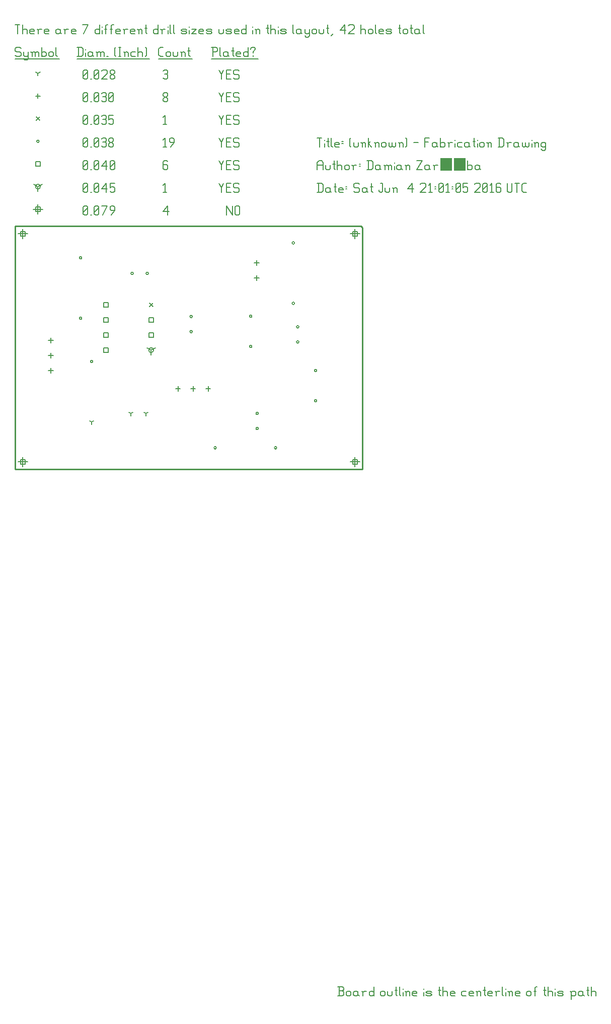
<source format=gbr>
G04 start of page 18 for group -3984 idx -3984 *
G04 Title: (unknown), fab *
G04 Creator: pcb-gtk 1.99z *
G04 CreationDate: Sat Jun  4 21:01:05 2016 UTC *
G04 For: khazakar *
G04 Format: Gerber/RS-274X *
G04 PCB-Dimensions (mm): 152.40 127.00 *
G04 PCB-Coordinate-Origin: lower left *
%MOMM*%
%FSLAX43Y43*%
%LNFAB*%
%ADD117C,0.002*%
%ADD116C,0.254*%
%ADD115C,0.191*%
%ADD114C,0.152*%
%ADD113C,0.203*%
G54D113*X1270Y126543D02*Y124917D01*
X457Y125730D02*X2083D01*
X864Y126136D02*X1676D01*
X864D02*Y125324D01*
X1676D01*
Y126136D02*Y125324D01*
X1270Y88189D02*Y86563D01*
X457Y87376D02*X2083D01*
X864Y87782D02*X1676D01*
X864D02*Y86970D01*
X1676D01*
Y87782D02*Y86970D01*
X57150Y88189D02*Y86563D01*
X56337Y87376D02*X57963D01*
X56744Y87782D02*X57556D01*
X56744D02*Y86970D01*
X57556D01*
Y87782D02*Y86970D01*
X57150Y126543D02*Y124917D01*
X56337Y125730D02*X57963D01*
X56744Y126136D02*X57556D01*
X56744D02*Y125324D01*
X57556D01*
Y126136D02*Y125324D01*
X3810Y130670D02*Y129045D01*
X2997Y129857D02*X4623D01*
X3404Y130264D02*X4216D01*
X3404D02*Y129451D01*
X4216D01*
Y130264D02*Y129451D01*
G54D114*X35560Y130429D02*Y128905D01*
Y130429D02*X36512Y128905D01*
Y130429D02*Y128905D01*
X36970Y130238D02*Y129095D01*
Y130238D02*X37160Y130429D01*
X37541D01*
X37732Y130238D01*
Y129095D01*
X37541Y128905D02*X37732Y129095D01*
X37160Y128905D02*X37541D01*
X36970Y129095D02*X37160Y128905D01*
X24892Y129476D02*X25654Y130429D01*
X24892Y129476D02*X25844D01*
X25654Y130429D02*Y128905D01*
X11430Y129095D02*X11620Y128905D01*
X11430Y130238D02*Y129095D01*
Y130238D02*X11620Y130429D01*
X12002D01*
X12192Y130238D01*
Y129095D01*
X12002Y128905D02*X12192Y129095D01*
X11620Y128905D02*X12002D01*
X11430Y129286D02*X12192Y130048D01*
X12649Y128905D02*X12840D01*
X13297Y129095D02*X13487Y128905D01*
X13297Y130238D02*Y129095D01*
Y130238D02*X13487Y130429D01*
X13868D01*
X14059Y130238D01*
Y129095D01*
X13868Y128905D02*X14059Y129095D01*
X13487Y128905D02*X13868D01*
X13297Y129286D02*X14059Y130048D01*
X14707Y128905D02*X15469Y130429D01*
X14516D02*X15469D01*
X16116Y128905D02*X16688Y129667D01*
Y130238D02*Y129667D01*
X16497Y130429D02*X16688Y130238D01*
X16116Y130429D02*X16497D01*
X15926Y130238D02*X16116Y130429D01*
X15926Y130238D02*Y129857D01*
X16116Y129667D01*
X16688D01*
X22860Y106172D02*Y105359D01*
Y106172D02*X23564Y106578D01*
X22860Y106172D02*X22156Y106578D01*
X22454Y106172D02*G75*G03X23266Y106172I406J0D01*G01*
G75*G03X22454Y106172I-406J0D01*G01*
X3810Y133668D02*Y132855D01*
Y133668D02*X4514Y134074D01*
X3810Y133668D02*X3106Y134074D01*
X3404Y133668D02*G75*G03X4216Y133668I406J0D01*G01*
G75*G03X3404Y133668I-406J0D01*G01*
X34290Y134239D02*X34671Y133477D01*
X35052Y134239D01*
X34671Y133477D02*Y132715D01*
X35509Y133553D02*X36081D01*
X35509Y132715D02*X36271D01*
X35509Y134239D02*Y132715D01*
Y134239D02*X36271D01*
X37490D02*X37681Y134048D01*
X36919Y134239D02*X37490D01*
X36728Y134048D02*X36919Y134239D01*
X36728Y134048D02*Y133668D01*
X36919Y133477D01*
X37490D01*
X37681Y133286D01*
Y132906D01*
X37490Y132715D02*X37681Y132906D01*
X36919Y132715D02*X37490D01*
X36728Y132906D02*X36919Y132715D01*
X24892Y133934D02*X25197Y134239D01*
Y132715D01*
X24892D02*X25464D01*
X11430Y132906D02*X11620Y132715D01*
X11430Y134048D02*Y132906D01*
Y134048D02*X11620Y134239D01*
X12002D01*
X12192Y134048D01*
Y132906D01*
X12002Y132715D02*X12192Y132906D01*
X11620Y132715D02*X12002D01*
X11430Y133096D02*X12192Y133858D01*
X12649Y132715D02*X12840D01*
X13297Y132906D02*X13487Y132715D01*
X13297Y134048D02*Y132906D01*
Y134048D02*X13487Y134239D01*
X13868D01*
X14059Y134048D01*
Y132906D01*
X13868Y132715D02*X14059Y132906D01*
X13487Y132715D02*X13868D01*
X13297Y133096D02*X14059Y133858D01*
X14516Y133286D02*X15278Y134239D01*
X14516Y133286D02*X15469D01*
X15278Y134239D02*Y132715D01*
X15926Y134239D02*X16688D01*
X15926D02*Y133477D01*
X16116Y133668D01*
X16497D01*
X16688Y133477D01*
Y132906D01*
X16497Y132715D02*X16688Y132906D01*
X16116Y132715D02*X16497D01*
X15926Y132906D02*X16116Y132715D01*
X22454Y109118D02*X23266D01*
X22454D02*Y108306D01*
X23266D01*
Y109118D02*Y108306D01*
X22454Y111658D02*X23266D01*
X22454D02*Y110846D01*
X23266D01*
Y111658D02*Y110846D01*
X14834Y114198D02*X15646D01*
X14834D02*Y113386D01*
X15646D01*
Y114198D02*Y113386D01*
X14834Y111658D02*X15646D01*
X14834D02*Y110846D01*
X15646D01*
Y111658D02*Y110846D01*
X14834Y109118D02*X15646D01*
X14834D02*Y108306D01*
X15646D01*
Y109118D02*Y108306D01*
X14834Y106578D02*X15646D01*
X14834D02*Y105766D01*
X15646D01*
Y106578D02*Y105766D01*
X3404Y137884D02*X4216D01*
X3404D02*Y137071D01*
X4216D01*
Y137884D02*Y137071D01*
X34290Y138049D02*X34671Y137287D01*
X35052Y138049D01*
X34671Y137287D02*Y136525D01*
X35509Y137363D02*X36081D01*
X35509Y136525D02*X36271D01*
X35509Y138049D02*Y136525D01*
Y138049D02*X36271D01*
X37490D02*X37681Y137858D01*
X36919Y138049D02*X37490D01*
X36728Y137858D02*X36919Y138049D01*
X36728Y137858D02*Y137478D01*
X36919Y137287D01*
X37490D01*
X37681Y137096D01*
Y136716D01*
X37490Y136525D02*X37681Y136716D01*
X36919Y136525D02*X37490D01*
X36728Y136716D02*X36919Y136525D01*
X25464Y138049D02*X25654Y137858D01*
X25082Y138049D02*X25464D01*
X24892Y137858D02*X25082Y138049D01*
X24892Y137858D02*Y136716D01*
X25082Y136525D01*
X25464Y137363D02*X25654Y137173D01*
X24892Y137363D02*X25464D01*
X25082Y136525D02*X25464D01*
X25654Y136716D01*
Y137173D02*Y136716D01*
X11430D02*X11620Y136525D01*
X11430Y137858D02*Y136716D01*
Y137858D02*X11620Y138049D01*
X12002D01*
X12192Y137858D01*
Y136716D01*
X12002Y136525D02*X12192Y136716D01*
X11620Y136525D02*X12002D01*
X11430Y136906D02*X12192Y137668D01*
X12649Y136525D02*X12840D01*
X13297Y136716D02*X13487Y136525D01*
X13297Y137858D02*Y136716D01*
Y137858D02*X13487Y138049D01*
X13868D01*
X14059Y137858D01*
Y136716D01*
X13868Y136525D02*X14059Y136716D01*
X13487Y136525D02*X13868D01*
X13297Y136906D02*X14059Y137668D01*
X14516Y137096D02*X15278Y138049D01*
X14516Y137096D02*X15469D01*
X15278Y138049D02*Y136525D01*
X15926Y136716D02*X16116Y136525D01*
X15926Y137858D02*Y136716D01*
Y137858D02*X16116Y138049D01*
X16497D01*
X16688Y137858D01*
Y136716D01*
X16497Y136525D02*X16688Y136716D01*
X16116Y136525D02*X16497D01*
X15926Y136906D02*X16688Y137668D01*
X12626Y104259D02*G75*G03X13032Y104259I203J0D01*G01*
G75*G03X12626Y104259I-203J0D01*G01*
X10782Y111528D02*G75*G03X11188Y111528I203J0D01*G01*
G75*G03X10782Y111528I-203J0D01*G01*
Y121688D02*G75*G03X11188Y121688I203J0D01*G01*
G75*G03X10782Y121688I-203J0D01*G01*
X19452Y119076D02*G75*G03X19858Y119076I203J0D01*G01*
G75*G03X19452Y119076I-203J0D01*G01*
X21992D02*G75*G03X22398Y119076I203J0D01*G01*
G75*G03X21992Y119076I-203J0D01*G01*
X50303Y102716D02*G75*G03X50709Y102716I203J0D01*G01*
G75*G03X50303Y102716I-203J0D01*G01*
Y97636D02*G75*G03X50709Y97636I203J0D01*G01*
G75*G03X50303Y97636I-203J0D01*G01*
X40472Y95525D02*G75*G03X40879Y95525I203J0D01*G01*
G75*G03X40472Y95525I-203J0D01*G01*
Y92985D02*G75*G03X40879Y92985I203J0D01*G01*
G75*G03X40472Y92985I-203J0D01*G01*
X43577Y89741D02*G75*G03X43984Y89741I203J0D01*G01*
G75*G03X43577Y89741I-203J0D01*G01*
X33417D02*G75*G03X33824Y89741I203J0D01*G01*
G75*G03X33417Y89741I-203J0D01*G01*
X39396Y111864D02*G75*G03X39802Y111864I203J0D01*G01*
G75*G03X39396Y111864I-203J0D01*G01*
Y106784D02*G75*G03X39802Y106784I203J0D01*G01*
G75*G03X39396Y106784I-203J0D01*G01*
X47303Y107532D02*G75*G03X47709Y107532I203J0D01*G01*
G75*G03X47303Y107532I-203J0D01*G01*
Y110072D02*G75*G03X47709Y110072I203J0D01*G01*
G75*G03X47303Y110072I-203J0D01*G01*
X46551Y114039D02*G75*G03X46957Y114039I203J0D01*G01*
G75*G03X46551Y114039I-203J0D01*G01*
Y124199D02*G75*G03X46957Y124199I203J0D01*G01*
G75*G03X46551Y124199I-203J0D01*G01*
X29372Y109272D02*G75*G03X29778Y109272I203J0D01*G01*
G75*G03X29372Y109272I-203J0D01*G01*
Y111812D02*G75*G03X29778Y111812I203J0D01*G01*
G75*G03X29372Y111812I-203J0D01*G01*
X3607Y141288D02*G75*G03X4013Y141288I203J0D01*G01*
G75*G03X3607Y141288I-203J0D01*G01*
X34290Y141859D02*X34671Y141097D01*
X35052Y141859D01*
X34671Y141097D02*Y140335D01*
X35509Y141173D02*X36081D01*
X35509Y140335D02*X36271D01*
X35509Y141859D02*Y140335D01*
Y141859D02*X36271D01*
X37490D02*X37681Y141668D01*
X36919Y141859D02*X37490D01*
X36728Y141668D02*X36919Y141859D01*
X36728Y141668D02*Y141288D01*
X36919Y141097D01*
X37490D01*
X37681Y140906D01*
Y140526D01*
X37490Y140335D02*X37681Y140526D01*
X36919Y140335D02*X37490D01*
X36728Y140526D02*X36919Y140335D01*
X24892Y141554D02*X25197Y141859D01*
Y140335D01*
X24892D02*X25464D01*
X26111D02*X26683Y141097D01*
Y141668D02*Y141097D01*
X26492Y141859D02*X26683Y141668D01*
X26111Y141859D02*X26492D01*
X25921Y141668D02*X26111Y141859D01*
X25921Y141668D02*Y141288D01*
X26111Y141097D01*
X26683D01*
X11430Y140526D02*X11620Y140335D01*
X11430Y141668D02*Y140526D01*
Y141668D02*X11620Y141859D01*
X12002D01*
X12192Y141668D01*
Y140526D01*
X12002Y140335D02*X12192Y140526D01*
X11620Y140335D02*X12002D01*
X11430Y140716D02*X12192Y141478D01*
X12649Y140335D02*X12840D01*
X13297Y140526D02*X13487Y140335D01*
X13297Y141668D02*Y140526D01*
Y141668D02*X13487Y141859D01*
X13868D01*
X14059Y141668D01*
Y140526D01*
X13868Y140335D02*X14059Y140526D01*
X13487Y140335D02*X13868D01*
X13297Y140716D02*X14059Y141478D01*
X14516Y141668D02*X14707Y141859D01*
X15088D01*
X15278Y141668D01*
X15088Y140335D02*X15278Y140526D01*
X14707Y140335D02*X15088D01*
X14516Y140526D02*X14707Y140335D01*
Y141173D02*X15088D01*
X15278Y141668D02*Y141364D01*
Y140983D02*Y140526D01*
Y140983D02*X15088Y141173D01*
X15278Y141364D02*X15088Y141173D01*
X15735Y140526D02*X15926Y140335D01*
X15735Y140830D02*Y140526D01*
Y140830D02*X16002Y141097D01*
X16231D01*
X16497Y140830D01*
Y140526D01*
X16307Y140335D02*X16497Y140526D01*
X15926Y140335D02*X16307D01*
X15735Y141364D02*X16002Y141097D01*
X15735Y141668D02*Y141364D01*
Y141668D02*X15926Y141859D01*
X16307D01*
X16497Y141668D01*
Y141364D01*
X16231Y141097D02*X16497Y141364D01*
X22555Y114097D02*X23165Y113487D01*
X22555D02*X23165Y114097D01*
X3505Y145402D02*X4115Y144793D01*
X3505D02*X4115Y145402D01*
X34290Y145669D02*X34671Y144907D01*
X35052Y145669D01*
X34671Y144907D02*Y144145D01*
X35509Y144983D02*X36081D01*
X35509Y144145D02*X36271D01*
X35509Y145669D02*Y144145D01*
Y145669D02*X36271D01*
X37490D02*X37681Y145478D01*
X36919Y145669D02*X37490D01*
X36728Y145478D02*X36919Y145669D01*
X36728Y145478D02*Y145098D01*
X36919Y144907D01*
X37490D01*
X37681Y144716D01*
Y144336D01*
X37490Y144145D02*X37681Y144336D01*
X36919Y144145D02*X37490D01*
X36728Y144336D02*X36919Y144145D01*
X24892Y145364D02*X25197Y145669D01*
Y144145D01*
X24892D02*X25464D01*
X11430Y144336D02*X11620Y144145D01*
X11430Y145478D02*Y144336D01*
Y145478D02*X11620Y145669D01*
X12002D01*
X12192Y145478D01*
Y144336D01*
X12002Y144145D02*X12192Y144336D01*
X11620Y144145D02*X12002D01*
X11430Y144526D02*X12192Y145288D01*
X12649Y144145D02*X12840D01*
X13297Y144336D02*X13487Y144145D01*
X13297Y145478D02*Y144336D01*
Y145478D02*X13487Y145669D01*
X13868D01*
X14059Y145478D01*
Y144336D01*
X13868Y144145D02*X14059Y144336D01*
X13487Y144145D02*X13868D01*
X13297Y144526D02*X14059Y145288D01*
X14516Y145478D02*X14707Y145669D01*
X15088D01*
X15278Y145478D01*
X15088Y144145D02*X15278Y144336D01*
X14707Y144145D02*X15088D01*
X14516Y144336D02*X14707Y144145D01*
Y144983D02*X15088D01*
X15278Y145478D02*Y145174D01*
Y144793D02*Y144336D01*
Y144793D02*X15088Y144983D01*
X15278Y145174D02*X15088Y144983D01*
X15735Y145669D02*X16497D01*
X15735D02*Y144907D01*
X15926Y145098D01*
X16307D01*
X16497Y144907D01*
Y144336D01*
X16307Y144145D02*X16497Y144336D01*
X15926Y144145D02*X16307D01*
X15735Y144336D02*X15926Y144145D01*
X27364Y100098D02*Y99285D01*
X26957Y99691D02*X27770D01*
X29904Y100098D02*Y99285D01*
X29497Y99691D02*X30310D01*
X32444Y100098D02*Y99285D01*
X32037Y99691D02*X32850D01*
X5978Y103140D02*Y102327D01*
X5571Y102734D02*X6384D01*
X5978Y105680D02*Y104867D01*
X5571Y105274D02*X6384D01*
X5978Y108220D02*Y107407D01*
X5571Y107814D02*X6384D01*
X40615Y121247D02*Y120434D01*
X40209Y120840D02*X41021D01*
X40615Y118707D02*Y117894D01*
X40209Y118300D02*X41021D01*
X3810Y149314D02*Y148501D01*
X3404Y148908D02*X4216D01*
X34290Y149479D02*X34671Y148717D01*
X35052Y149479D01*
X34671Y148717D02*Y147955D01*
X35509Y148793D02*X36081D01*
X35509Y147955D02*X36271D01*
X35509Y149479D02*Y147955D01*
Y149479D02*X36271D01*
X37490D02*X37681Y149288D01*
X36919Y149479D02*X37490D01*
X36728Y149288D02*X36919Y149479D01*
X36728Y149288D02*Y148908D01*
X36919Y148717D01*
X37490D01*
X37681Y148526D01*
Y148146D01*
X37490Y147955D02*X37681Y148146D01*
X36919Y147955D02*X37490D01*
X36728Y148146D02*X36919Y147955D01*
X24892Y148146D02*X25082Y147955D01*
X24892Y148450D02*Y148146D01*
Y148450D02*X25159Y148717D01*
X25387D01*
X25654Y148450D01*
Y148146D01*
X25464Y147955D02*X25654Y148146D01*
X25082Y147955D02*X25464D01*
X24892Y148984D02*X25159Y148717D01*
X24892Y149288D02*Y148984D01*
Y149288D02*X25082Y149479D01*
X25464D01*
X25654Y149288D01*
Y148984D01*
X25387Y148717D02*X25654Y148984D01*
X11430Y148146D02*X11620Y147955D01*
X11430Y149288D02*Y148146D01*
Y149288D02*X11620Y149479D01*
X12002D01*
X12192Y149288D01*
Y148146D01*
X12002Y147955D02*X12192Y148146D01*
X11620Y147955D02*X12002D01*
X11430Y148336D02*X12192Y149098D01*
X12649Y147955D02*X12840D01*
X13297Y148146D02*X13487Y147955D01*
X13297Y149288D02*Y148146D01*
Y149288D02*X13487Y149479D01*
X13868D01*
X14059Y149288D01*
Y148146D01*
X13868Y147955D02*X14059Y148146D01*
X13487Y147955D02*X13868D01*
X13297Y148336D02*X14059Y149098D01*
X14516Y149288D02*X14707Y149479D01*
X15088D01*
X15278Y149288D01*
X15088Y147955D02*X15278Y148146D01*
X14707Y147955D02*X15088D01*
X14516Y148146D02*X14707Y147955D01*
Y148793D02*X15088D01*
X15278Y149288D02*Y148984D01*
Y148603D02*Y148146D01*
Y148603D02*X15088Y148793D01*
X15278Y148984D02*X15088Y148793D01*
X15735Y148146D02*X15926Y147955D01*
X15735Y149288D02*Y148146D01*
Y149288D02*X15926Y149479D01*
X16307D01*
X16497Y149288D01*
Y148146D01*
X16307Y147955D02*X16497Y148146D01*
X15926Y147955D02*X16307D01*
X15735Y148336D02*X16497Y149098D01*
X12829Y94099D02*Y93692D01*
Y94099D02*X13181Y94302D01*
X12829Y94099D02*X12477Y94302D01*
X22003Y95509D02*Y95102D01*
Y95509D02*X22355Y95712D01*
X22003Y95509D02*X21650Y95712D01*
X19463Y95509D02*Y95102D01*
Y95509D02*X19815Y95712D01*
X19463Y95509D02*X19110Y95712D01*
X3810Y152718D02*Y152311D01*
Y152718D02*X4162Y152921D01*
X3810Y152718D02*X3458Y152921D01*
X34290Y153289D02*X34671Y152527D01*
X35052Y153289D01*
X34671Y152527D02*Y151765D01*
X35509Y152603D02*X36081D01*
X35509Y151765D02*X36271D01*
X35509Y153289D02*Y151765D01*
Y153289D02*X36271D01*
X37490D02*X37681Y153098D01*
X36919Y153289D02*X37490D01*
X36728Y153098D02*X36919Y153289D01*
X36728Y153098D02*Y152718D01*
X36919Y152527D01*
X37490D01*
X37681Y152336D01*
Y151956D01*
X37490Y151765D02*X37681Y151956D01*
X36919Y151765D02*X37490D01*
X36728Y151956D02*X36919Y151765D01*
X24892Y153098D02*X25082Y153289D01*
X25464D01*
X25654Y153098D01*
X25464Y151765D02*X25654Y151956D01*
X25082Y151765D02*X25464D01*
X24892Y151956D02*X25082Y151765D01*
Y152603D02*X25464D01*
X25654Y153098D02*Y152794D01*
Y152413D02*Y151956D01*
Y152413D02*X25464Y152603D01*
X25654Y152794D02*X25464Y152603D01*
X11430Y151956D02*X11620Y151765D01*
X11430Y153098D02*Y151956D01*
Y153098D02*X11620Y153289D01*
X12002D01*
X12192Y153098D01*
Y151956D01*
X12002Y151765D02*X12192Y151956D01*
X11620Y151765D02*X12002D01*
X11430Y152146D02*X12192Y152908D01*
X12649Y151765D02*X12840D01*
X13297Y151956D02*X13487Y151765D01*
X13297Y153098D02*Y151956D01*
Y153098D02*X13487Y153289D01*
X13868D01*
X14059Y153098D01*
Y151956D01*
X13868Y151765D02*X14059Y151956D01*
X13487Y151765D02*X13868D01*
X13297Y152146D02*X14059Y152908D01*
X14516Y153098D02*X14707Y153289D01*
X15278D01*
X15469Y153098D01*
Y152718D01*
X14516Y151765D02*X15469Y152718D01*
X14516Y151765D02*X15469D01*
X15926Y151956D02*X16116Y151765D01*
X15926Y152260D02*Y151956D01*
Y152260D02*X16193Y152527D01*
X16421D01*
X16688Y152260D01*
Y151956D01*
X16497Y151765D02*X16688Y151956D01*
X16116Y151765D02*X16497D01*
X15926Y152794D02*X16193Y152527D01*
X15926Y153098D02*Y152794D01*
Y153098D02*X16116Y153289D01*
X16497D01*
X16688Y153098D01*
Y152794D01*
X16421Y152527D02*X16688Y152794D01*
X762Y157099D02*X952Y156908D01*
X190Y157099D02*X762D01*
X0Y156908D02*X190Y157099D01*
X0Y156908D02*Y156528D01*
X190Y156337D01*
X762D01*
X952Y156146D01*
Y155766D01*
X762Y155575D02*X952Y155766D01*
X190Y155575D02*X762D01*
X0Y155766D02*X190Y155575D01*
X1410Y156337D02*Y155766D01*
X1600Y155575D01*
X2172Y156337D02*Y155194D01*
X1981Y155004D02*X2172Y155194D01*
X1600Y155004D02*X1981D01*
X1410Y155194D02*X1600Y155004D01*
Y155575D02*X1981D01*
X2172Y155766D01*
X2819Y156146D02*Y155575D01*
Y156146D02*X3010Y156337D01*
X3200D01*
X3391Y156146D01*
Y155575D01*
Y156146D02*X3581Y156337D01*
X3772D01*
X3962Y156146D01*
Y155575D01*
X2629Y156337D02*X2819Y156146D01*
X4420Y157099D02*Y155575D01*
Y155766D02*X4610Y155575D01*
X4991D01*
X5182Y155766D01*
Y156146D02*Y155766D01*
X4991Y156337D02*X5182Y156146D01*
X4610Y156337D02*X4991D01*
X4420Y156146D02*X4610Y156337D01*
X5639Y156146D02*Y155766D01*
Y156146D02*X5829Y156337D01*
X6210D01*
X6401Y156146D01*
Y155766D01*
X6210Y155575D02*X6401Y155766D01*
X5829Y155575D02*X6210D01*
X5639Y155766D02*X5829Y155575D01*
X6858Y157099D02*Y155766D01*
X7049Y155575D01*
X0Y155130D02*X7430D01*
X10604Y157099D02*Y155575D01*
X11100Y157099D02*X11366Y156832D01*
Y155842D01*
X11100Y155575D02*X11366Y155842D01*
X10414Y155575D02*X11100D01*
X10414Y157099D02*X11100D01*
G54D115*X11824Y156718D02*Y156680D01*
G54D114*Y156146D02*Y155575D01*
X12776Y156337D02*X12967Y156146D01*
X12395Y156337D02*X12776D01*
X12205Y156146D02*X12395Y156337D01*
X12205Y156146D02*Y155766D01*
X12395Y155575D01*
X12967Y156337D02*Y155766D01*
X13157Y155575D01*
X12395D02*X12776D01*
X12967Y155766D01*
X13805Y156146D02*Y155575D01*
Y156146D02*X13995Y156337D01*
X14186D01*
X14376Y156146D01*
Y155575D01*
Y156146D02*X14567Y156337D01*
X14757D01*
X14948Y156146D01*
Y155575D01*
X13614Y156337D02*X13805Y156146D01*
X15405Y155575D02*X15596D01*
X16739Y155766D02*X16929Y155575D01*
X16739Y156908D02*X16929Y157099D01*
X16739Y156908D02*Y155766D01*
X17386Y157099D02*X17767D01*
X17577D02*Y155575D01*
X17386D02*X17767D01*
X18415Y156146D02*Y155575D01*
Y156146D02*X18606Y156337D01*
X18796D01*
X18987Y156146D01*
Y155575D01*
X18225Y156337D02*X18415Y156146D01*
X19634Y156337D02*X20206D01*
X19444Y156146D02*X19634Y156337D01*
X19444Y156146D02*Y155766D01*
X19634Y155575D01*
X20206D01*
X20663Y157099D02*Y155575D01*
Y156146D02*X20853Y156337D01*
X21234D01*
X21425Y156146D01*
Y155575D01*
X21882Y157099D02*X22073Y156908D01*
Y155766D01*
X21882Y155575D02*X22073Y155766D01*
X10414Y155130D02*X22530D01*
X24397Y155575D02*X24892D01*
X24130Y155842D02*X24397Y155575D01*
X24130Y156832D02*Y155842D01*
Y156832D02*X24397Y157099D01*
X24892D01*
X25349Y156146D02*Y155766D01*
Y156146D02*X25540Y156337D01*
X25921D01*
X26111Y156146D01*
Y155766D01*
X25921Y155575D02*X26111Y155766D01*
X25540Y155575D02*X25921D01*
X25349Y155766D02*X25540Y155575D01*
X26568Y156337D02*Y155766D01*
X26759Y155575D01*
X27140D01*
X27330Y155766D01*
Y156337D02*Y155766D01*
X27978Y156146D02*Y155575D01*
Y156146D02*X28169Y156337D01*
X28359D01*
X28550Y156146D01*
Y155575D01*
X27788Y156337D02*X27978Y156146D01*
X29197Y157099D02*Y155766D01*
X29388Y155575D01*
X29007Y156528D02*X29388D01*
X24130Y155130D02*X29769D01*
X33210Y157099D02*Y155575D01*
X33020Y157099D02*X33782D01*
X33972Y156908D01*
Y156528D01*
X33782Y156337D02*X33972Y156528D01*
X33210Y156337D02*X33782D01*
X34430Y157099D02*Y155766D01*
X34620Y155575D01*
X35573Y156337D02*X35763Y156146D01*
X35192Y156337D02*X35573D01*
X35001Y156146D02*X35192Y156337D01*
X35001Y156146D02*Y155766D01*
X35192Y155575D01*
X35763Y156337D02*Y155766D01*
X35954Y155575D01*
X35192D02*X35573D01*
X35763Y155766D01*
X36601Y157099D02*Y155766D01*
X36792Y155575D01*
X36411Y156528D02*X36792D01*
X37363Y155575D02*X37935D01*
X37173Y155766D02*X37363Y155575D01*
X37173Y156146D02*Y155766D01*
Y156146D02*X37363Y156337D01*
X37744D01*
X37935Y156146D01*
X37173Y155956D02*X37935D01*
Y156146D02*Y155956D01*
X39154Y157099D02*Y155575D01*
X38964D02*X39154Y155766D01*
X38583Y155575D02*X38964D01*
X38392Y155766D02*X38583Y155575D01*
X38392Y156146D02*Y155766D01*
Y156146D02*X38583Y156337D01*
X38964D01*
X39154Y156146D01*
X39992Y156337D02*Y156146D01*
Y155766D02*Y155575D01*
X39611Y156908D02*Y156718D01*
Y156908D02*X39802Y157099D01*
X40183D01*
X40373Y156908D01*
Y156718D01*
X39992Y156337D02*X40373Y156718D01*
X33020Y155130D02*X40831D01*
X0Y160909D02*X762D01*
X381D02*Y159385D01*
X1219Y160909D02*Y159385D01*
Y159956D02*X1410Y160147D01*
X1791D01*
X1981Y159956D01*
Y159385D01*
X2629D02*X3200D01*
X2438Y159576D02*X2629Y159385D01*
X2438Y159956D02*Y159576D01*
Y159956D02*X2629Y160147D01*
X3010D01*
X3200Y159956D01*
X2438Y159766D02*X3200D01*
Y159956D02*Y159766D01*
X3848Y159956D02*Y159385D01*
Y159956D02*X4039Y160147D01*
X4420D01*
X3658D02*X3848Y159956D01*
X5067Y159385D02*X5639D01*
X4877Y159576D02*X5067Y159385D01*
X4877Y159956D02*Y159576D01*
Y159956D02*X5067Y160147D01*
X5448D01*
X5639Y159956D01*
X4877Y159766D02*X5639D01*
Y159956D02*Y159766D01*
X7353Y160147D02*X7544Y159956D01*
X6972Y160147D02*X7353D01*
X6782Y159956D02*X6972Y160147D01*
X6782Y159956D02*Y159576D01*
X6972Y159385D01*
X7544Y160147D02*Y159576D01*
X7734Y159385D01*
X6972D02*X7353D01*
X7544Y159576D01*
X8382Y159956D02*Y159385D01*
Y159956D02*X8573Y160147D01*
X8954D01*
X8192D02*X8382Y159956D01*
X9601Y159385D02*X10173D01*
X9411Y159576D02*X9601Y159385D01*
X9411Y159956D02*Y159576D01*
Y159956D02*X9601Y160147D01*
X9982D01*
X10173Y159956D01*
X9411Y159766D02*X10173D01*
Y159956D02*Y159766D01*
X11506Y159385D02*X12268Y160909D01*
X11316D02*X12268D01*
X14173D02*Y159385D01*
X13983D02*X14173Y159576D01*
X13602Y159385D02*X13983D01*
X13411Y159576D02*X13602Y159385D01*
X13411Y159956D02*Y159576D01*
Y159956D02*X13602Y160147D01*
X13983D01*
X14173Y159956D01*
G54D115*X14630Y160528D02*Y160490D01*
G54D114*Y159956D02*Y159385D01*
X15202Y160718D02*Y159385D01*
Y160718D02*X15392Y160909D01*
X15583D01*
X15011Y160147D02*X15392D01*
X16154Y160718D02*Y159385D01*
Y160718D02*X16345Y160909D01*
X16535D01*
X15964Y160147D02*X16345D01*
X17107Y159385D02*X17678D01*
X16916Y159576D02*X17107Y159385D01*
X16916Y159956D02*Y159576D01*
Y159956D02*X17107Y160147D01*
X17488D01*
X17678Y159956D01*
X16916Y159766D02*X17678D01*
Y159956D02*Y159766D01*
X18326Y159956D02*Y159385D01*
Y159956D02*X18517Y160147D01*
X18898D01*
X18136D02*X18326Y159956D01*
X19545Y159385D02*X20117D01*
X19355Y159576D02*X19545Y159385D01*
X19355Y159956D02*Y159576D01*
Y159956D02*X19545Y160147D01*
X19926D01*
X20117Y159956D01*
X19355Y159766D02*X20117D01*
Y159956D02*Y159766D01*
X20765Y159956D02*Y159385D01*
Y159956D02*X20955Y160147D01*
X21146D01*
X21336Y159956D01*
Y159385D01*
X20574Y160147D02*X20765Y159956D01*
X21984Y160909D02*Y159576D01*
X22174Y159385D01*
X21793Y160338D02*X22174D01*
X24003Y160909D02*Y159385D01*
X23813D02*X24003Y159576D01*
X23432Y159385D02*X23813D01*
X23241Y159576D02*X23432Y159385D01*
X23241Y159956D02*Y159576D01*
Y159956D02*X23432Y160147D01*
X23813D01*
X24003Y159956D01*
X24651D02*Y159385D01*
Y159956D02*X24841Y160147D01*
X25222D01*
X24460D02*X24651Y159956D01*
G54D115*X25679Y160528D02*Y160490D01*
G54D114*Y159956D02*Y159385D01*
X26060Y160909D02*Y159576D01*
X26251Y159385D01*
X26632Y160909D02*Y159576D01*
X26822Y159385D01*
X28080D02*X28651D01*
X28842Y159576D01*
X28651Y159766D02*X28842Y159576D01*
X28080Y159766D02*X28651D01*
X27889Y159956D02*X28080Y159766D01*
X27889Y159956D02*X28080Y160147D01*
X28651D01*
X28842Y159956D01*
X27889Y159576D02*X28080Y159385D01*
G54D115*X29299Y160528D02*Y160490D01*
G54D114*Y159956D02*Y159385D01*
X29680Y160147D02*X30442D01*
X29680Y159385D02*X30442Y160147D01*
X29680Y159385D02*X30442D01*
X31090D02*X31661D01*
X30899Y159576D02*X31090Y159385D01*
X30899Y159956D02*Y159576D01*
Y159956D02*X31090Y160147D01*
X31471D01*
X31661Y159956D01*
X30899Y159766D02*X31661D01*
Y159956D02*Y159766D01*
X32309Y159385D02*X32880D01*
X33071Y159576D01*
X32880Y159766D02*X33071Y159576D01*
X32309Y159766D02*X32880D01*
X32118Y159956D02*X32309Y159766D01*
X32118Y159956D02*X32309Y160147D01*
X32880D01*
X33071Y159956D01*
X32118Y159576D02*X32309Y159385D01*
X34214Y160147D02*Y159576D01*
X34404Y159385D01*
X34785D01*
X34976Y159576D01*
Y160147D02*Y159576D01*
X35624Y159385D02*X36195D01*
X36386Y159576D01*
X36195Y159766D02*X36386Y159576D01*
X35624Y159766D02*X36195D01*
X35433Y159956D02*X35624Y159766D01*
X35433Y159956D02*X35624Y160147D01*
X36195D01*
X36386Y159956D01*
X35433Y159576D02*X35624Y159385D01*
X37033D02*X37605D01*
X36843Y159576D02*X37033Y159385D01*
X36843Y159956D02*Y159576D01*
Y159956D02*X37033Y160147D01*
X37414D01*
X37605Y159956D01*
X36843Y159766D02*X37605D01*
Y159956D02*Y159766D01*
X38824Y160909D02*Y159385D01*
X38633D02*X38824Y159576D01*
X38252Y159385D02*X38633D01*
X38062Y159576D02*X38252Y159385D01*
X38062Y159956D02*Y159576D01*
Y159956D02*X38252Y160147D01*
X38633D01*
X38824Y159956D01*
G54D115*X39967Y160528D02*Y160490D01*
G54D114*Y159956D02*Y159385D01*
X40538Y159956D02*Y159385D01*
Y159956D02*X40729Y160147D01*
X40919D01*
X41110Y159956D01*
Y159385D01*
X40348Y160147D02*X40538Y159956D01*
X42443Y160909D02*Y159576D01*
X42634Y159385D01*
X42253Y160338D02*X42634D01*
X43015Y160909D02*Y159385D01*
Y159956D02*X43205Y160147D01*
X43586D01*
X43777Y159956D01*
Y159385D01*
G54D115*X44234Y160528D02*Y160490D01*
G54D114*Y159956D02*Y159385D01*
X44806D02*X45377D01*
X45568Y159576D01*
X45377Y159766D02*X45568Y159576D01*
X44806Y159766D02*X45377D01*
X44615Y159956D02*X44806Y159766D01*
X44615Y159956D02*X44806Y160147D01*
X45377D01*
X45568Y159956D01*
X44615Y159576D02*X44806Y159385D01*
X46711Y160909D02*Y159576D01*
X46901Y159385D01*
X47854Y160147D02*X48044Y159956D01*
X47473Y160147D02*X47854D01*
X47282Y159956D02*X47473Y160147D01*
X47282Y159956D02*Y159576D01*
X47473Y159385D01*
X48044Y160147D02*Y159576D01*
X48235Y159385D01*
X47473D02*X47854D01*
X48044Y159576D01*
X48692Y160147D02*Y159576D01*
X48882Y159385D01*
X49454Y160147D02*Y159004D01*
X49263Y158814D02*X49454Y159004D01*
X48882Y158814D02*X49263D01*
X48692Y159004D02*X48882Y158814D01*
Y159385D02*X49263D01*
X49454Y159576D01*
X49911Y159956D02*Y159576D01*
Y159956D02*X50102Y160147D01*
X50483D01*
X50673Y159956D01*
Y159576D01*
X50483Y159385D02*X50673Y159576D01*
X50102Y159385D02*X50483D01*
X49911Y159576D02*X50102Y159385D01*
X51130Y160147D02*Y159576D01*
X51321Y159385D01*
X51702D01*
X51892Y159576D01*
Y160147D02*Y159576D01*
X52540Y160909D02*Y159576D01*
X52730Y159385D01*
X52349Y160338D02*X52730D01*
X53111Y159004D02*X53492Y159385D01*
X54635Y159956D02*X55397Y160909D01*
X54635Y159956D02*X55588D01*
X55397Y160909D02*Y159385D01*
X56045Y160718D02*X56236Y160909D01*
X56807D01*
X56998Y160718D01*
Y160338D01*
X56045Y159385D02*X56998Y160338D01*
X56045Y159385D02*X56998D01*
X58141Y160909D02*Y159385D01*
Y159956D02*X58331Y160147D01*
X58712D01*
X58903Y159956D01*
Y159385D01*
X59360Y159956D02*Y159576D01*
Y159956D02*X59550Y160147D01*
X59931D01*
X60122Y159956D01*
Y159576D01*
X59931Y159385D02*X60122Y159576D01*
X59550Y159385D02*X59931D01*
X59360Y159576D02*X59550Y159385D01*
X60579Y160909D02*Y159576D01*
X60770Y159385D01*
X61341D02*X61913D01*
X61151Y159576D02*X61341Y159385D01*
X61151Y159956D02*Y159576D01*
Y159956D02*X61341Y160147D01*
X61722D01*
X61913Y159956D01*
X61151Y159766D02*X61913D01*
Y159956D02*Y159766D01*
X62560Y159385D02*X63132D01*
X63322Y159576D01*
X63132Y159766D02*X63322Y159576D01*
X62560Y159766D02*X63132D01*
X62370Y159956D02*X62560Y159766D01*
X62370Y159956D02*X62560Y160147D01*
X63132D01*
X63322Y159956D01*
X62370Y159576D02*X62560Y159385D01*
X64656Y160909D02*Y159576D01*
X64846Y159385D01*
X64465Y160338D02*X64846D01*
X65227Y159956D02*Y159576D01*
Y159956D02*X65418Y160147D01*
X65799D01*
X65989Y159956D01*
Y159576D01*
X65799Y159385D02*X65989Y159576D01*
X65418Y159385D02*X65799D01*
X65227Y159576D02*X65418Y159385D01*
X66637Y160909D02*Y159576D01*
X66827Y159385D01*
X66446Y160338D02*X66827D01*
X67780Y160147D02*X67970Y159956D01*
X67399Y160147D02*X67780D01*
X67208Y159956D02*X67399Y160147D01*
X67208Y159956D02*Y159576D01*
X67399Y159385D01*
X67970Y160147D02*Y159576D01*
X68161Y159385D01*
X67399D02*X67780D01*
X67970Y159576D01*
X68618Y160909D02*Y159576D01*
X68809Y159385D01*
G54D116*X0Y127000D02*Y86106D01*
X58420D01*
Y126746D01*
X58166Y127000D01*
X0D01*
G54D114*X54273Y-2413D02*X55035D01*
X55226Y-2222D01*
Y-1765D02*Y-2222D01*
X55035Y-1575D02*X55226Y-1765D01*
X54464Y-1575D02*X55035D01*
X54464Y-889D02*Y-2413D01*
X54273Y-889D02*X55035D01*
X55226Y-1080D01*
Y-1384D01*
X55035Y-1575D02*X55226Y-1384D01*
X55683Y-1842D02*Y-2222D01*
Y-1842D02*X55874Y-1651D01*
X56255D01*
X56445Y-1842D01*
Y-2222D01*
X56255Y-2413D02*X56445Y-2222D01*
X55874Y-2413D02*X56255D01*
X55683Y-2222D02*X55874Y-2413D01*
X57474Y-1651D02*X57664Y-1842D01*
X57093Y-1651D02*X57474D01*
X56902Y-1842D02*X57093Y-1651D01*
X56902Y-1842D02*Y-2222D01*
X57093Y-2413D01*
X57664Y-1651D02*Y-2222D01*
X57855Y-2413D01*
X57093D02*X57474D01*
X57664Y-2222D01*
X58503Y-1842D02*Y-2413D01*
Y-1842D02*X58693Y-1651D01*
X59074D01*
X58312D02*X58503Y-1842D01*
X60293Y-889D02*Y-2413D01*
X60103D02*X60293Y-2222D01*
X59722Y-2413D02*X60103D01*
X59531Y-2222D02*X59722Y-2413D01*
X59531Y-1842D02*Y-2222D01*
Y-1842D02*X59722Y-1651D01*
X60103D01*
X60293Y-1842D01*
X61436D02*Y-2222D01*
Y-1842D02*X61627Y-1651D01*
X62008D01*
X62198Y-1842D01*
Y-2222D01*
X62008Y-2413D02*X62198Y-2222D01*
X61627Y-2413D02*X62008D01*
X61436Y-2222D02*X61627Y-2413D01*
X62655Y-1651D02*Y-2222D01*
X62846Y-2413D01*
X63227D01*
X63417Y-2222D01*
Y-1651D02*Y-2222D01*
X64065Y-889D02*Y-2222D01*
X64256Y-2413D01*
X63875Y-1460D02*X64256D01*
X64637Y-889D02*Y-2222D01*
X64827Y-2413D01*
G54D115*X65208Y-1270D02*Y-1308D01*
G54D114*Y-1842D02*Y-2413D01*
X65780Y-1842D02*Y-2413D01*
Y-1842D02*X65970Y-1651D01*
X66161D01*
X66351Y-1842D01*
Y-2413D01*
X65589Y-1651D02*X65780Y-1842D01*
X66999Y-2413D02*X67570D01*
X66808Y-2222D02*X66999Y-2413D01*
X66808Y-1842D02*Y-2222D01*
Y-1842D02*X66999Y-1651D01*
X67380D01*
X67570Y-1842D01*
X66808Y-2032D02*X67570D01*
Y-1842D02*Y-2032D01*
G54D115*X68713Y-1270D02*Y-1308D01*
G54D114*Y-1842D02*Y-2413D01*
X69285D02*X69856D01*
X70047Y-2222D01*
X69856Y-2032D02*X70047Y-2222D01*
X69285Y-2032D02*X69856D01*
X69094Y-1842D02*X69285Y-2032D01*
X69094Y-1842D02*X69285Y-1651D01*
X69856D01*
X70047Y-1842D01*
X69094Y-2222D02*X69285Y-2413D01*
X71380Y-889D02*Y-2222D01*
X71571Y-2413D01*
X71190Y-1460D02*X71571D01*
X71952Y-889D02*Y-2413D01*
Y-1842D02*X72142Y-1651D01*
X72523D01*
X72714Y-1842D01*
Y-2413D01*
X73362D02*X73933D01*
X73171Y-2222D02*X73362Y-2413D01*
X73171Y-1842D02*Y-2222D01*
Y-1842D02*X73362Y-1651D01*
X73743D01*
X73933Y-1842D01*
X73171Y-2032D02*X73933D01*
Y-1842D02*Y-2032D01*
X75267Y-1651D02*X75838D01*
X75076Y-1842D02*X75267Y-1651D01*
X75076Y-1842D02*Y-2222D01*
X75267Y-2413D01*
X75838D01*
X76486D02*X77057D01*
X76295Y-2222D02*X76486Y-2413D01*
X76295Y-1842D02*Y-2222D01*
Y-1842D02*X76486Y-1651D01*
X76867D01*
X77057Y-1842D01*
X76295Y-2032D02*X77057D01*
Y-1842D02*Y-2032D01*
X77705Y-1842D02*Y-2413D01*
Y-1842D02*X77895Y-1651D01*
X78086D01*
X78276Y-1842D01*
Y-2413D01*
X77514Y-1651D02*X77705Y-1842D01*
X78924Y-889D02*Y-2222D01*
X79115Y-2413D01*
X78734Y-1460D02*X79115D01*
X79686Y-2413D02*X80258D01*
X79496Y-2222D02*X79686Y-2413D01*
X79496Y-1842D02*Y-2222D01*
Y-1842D02*X79686Y-1651D01*
X80067D01*
X80258Y-1842D01*
X79496Y-2032D02*X80258D01*
Y-1842D02*Y-2032D01*
X80905Y-1842D02*Y-2413D01*
Y-1842D02*X81096Y-1651D01*
X81477D01*
X80715D02*X80905Y-1842D01*
X81934Y-889D02*Y-2222D01*
X82125Y-2413D01*
G54D115*X82506Y-1270D02*Y-1308D01*
G54D114*Y-1842D02*Y-2413D01*
X83077Y-1842D02*Y-2413D01*
Y-1842D02*X83268Y-1651D01*
X83458D01*
X83649Y-1842D01*
Y-2413D01*
X82887Y-1651D02*X83077Y-1842D01*
X84296Y-2413D02*X84868D01*
X84106Y-2222D02*X84296Y-2413D01*
X84106Y-1842D02*Y-2222D01*
Y-1842D02*X84296Y-1651D01*
X84677D01*
X84868Y-1842D01*
X84106Y-2032D02*X84868D01*
Y-1842D02*Y-2032D01*
X86011Y-1842D02*Y-2222D01*
Y-1842D02*X86201Y-1651D01*
X86582D01*
X86773Y-1842D01*
Y-2222D01*
X86582Y-2413D02*X86773Y-2222D01*
X86201Y-2413D02*X86582D01*
X86011Y-2222D02*X86201Y-2413D01*
X87420Y-1080D02*Y-2413D01*
Y-1080D02*X87611Y-889D01*
X87801D01*
X87230Y-1651D02*X87611D01*
X89059Y-889D02*Y-2222D01*
X89249Y-2413D01*
X88868Y-1460D02*X89249D01*
X89630Y-889D02*Y-2413D01*
Y-1842D02*X89821Y-1651D01*
X90202D01*
X90392Y-1842D01*
Y-2413D01*
G54D115*X90849Y-1270D02*Y-1308D01*
G54D114*Y-1842D02*Y-2413D01*
X91421D02*X91992D01*
X92183Y-2222D01*
X91992Y-2032D02*X92183Y-2222D01*
X91421Y-2032D02*X91992D01*
X91230Y-1842D02*X91421Y-2032D01*
X91230Y-1842D02*X91421Y-1651D01*
X91992D01*
X92183Y-1842D01*
X91230Y-2222D02*X91421Y-2413D01*
X93516Y-1842D02*Y-2984D01*
X93326Y-1651D02*X93516Y-1842D01*
X93707Y-1651D01*
X94088D01*
X94278Y-1842D01*
Y-2222D01*
X94088Y-2413D02*X94278Y-2222D01*
X93707Y-2413D02*X94088D01*
X93516Y-2222D02*X93707Y-2413D01*
X95307Y-1651D02*X95498Y-1842D01*
X94926Y-1651D02*X95307D01*
X94736Y-1842D02*X94926Y-1651D01*
X94736Y-1842D02*Y-2222D01*
X94926Y-2413D01*
X95498Y-1651D02*Y-2222D01*
X95688Y-2413D01*
X94926D02*X95307D01*
X95498Y-2222D01*
X96336Y-889D02*Y-2222D01*
X96526Y-2413D01*
X96145Y-1460D02*X96526D01*
X96907Y-889D02*Y-2413D01*
Y-1842D02*X97098Y-1651D01*
X97479D01*
X97669Y-1842D01*
Y-2413D01*
X50990Y134239D02*Y132715D01*
X51486Y134239D02*X51752Y133972D01*
Y132982D01*
X51486Y132715D02*X51752Y132982D01*
X50800Y132715D02*X51486D01*
X50800Y134239D02*X51486D01*
X52781Y133477D02*X52972Y133286D01*
X52400Y133477D02*X52781D01*
X52210Y133286D02*X52400Y133477D01*
X52210Y133286D02*Y132906D01*
X52400Y132715D01*
X52972Y133477D02*Y132906D01*
X53162Y132715D01*
X52400D02*X52781D01*
X52972Y132906D01*
X53810Y134239D02*Y132906D01*
X54000Y132715D01*
X53619Y133668D02*X54000D01*
X54572Y132715D02*X55143D01*
X54381Y132906D02*X54572Y132715D01*
X54381Y133286D02*Y132906D01*
Y133286D02*X54572Y133477D01*
X54953D01*
X55143Y133286D01*
X54381Y133096D02*X55143D01*
Y133286D02*Y133096D01*
X55601Y133668D02*X55791D01*
X55601Y133286D02*X55791D01*
X57696Y134239D02*X57887Y134048D01*
X57125Y134239D02*X57696D01*
X56934Y134048D02*X57125Y134239D01*
X56934Y134048D02*Y133668D01*
X57125Y133477D01*
X57696D01*
X57887Y133286D01*
Y132906D01*
X57696Y132715D02*X57887Y132906D01*
X57125Y132715D02*X57696D01*
X56934Y132906D02*X57125Y132715D01*
X58915Y133477D02*X59106Y133286D01*
X58534Y133477D02*X58915D01*
X58344Y133286D02*X58534Y133477D01*
X58344Y133286D02*Y132906D01*
X58534Y132715D01*
X59106Y133477D02*Y132906D01*
X59296Y132715D01*
X58534D02*X58915D01*
X59106Y132906D01*
X59944Y134239D02*Y132906D01*
X60135Y132715D01*
X59754Y133668D02*X60135D01*
X61468Y134239D02*X61773D01*
Y132906D01*
X61582Y132715D02*X61773Y132906D01*
X61392Y132715D02*X61582D01*
X61201Y132906D02*X61392Y132715D01*
X61201Y133096D02*Y132906D01*
X62230Y133477D02*Y132906D01*
X62421Y132715D01*
X62802D01*
X62992Y132906D01*
Y133477D02*Y132906D01*
X63640Y133286D02*Y132715D01*
Y133286D02*X63830Y133477D01*
X64021D01*
X64211Y133286D01*
Y132715D01*
X63449Y133477D02*X63640Y133286D01*
X66040D02*X66802Y134239D01*
X66040Y133286D02*X66993D01*
X66802Y134239D02*Y132715D01*
X68136Y134048D02*X68326Y134239D01*
X68898D01*
X69088Y134048D01*
Y133668D01*
X68136Y132715D02*X69088Y133668D01*
X68136Y132715D02*X69088D01*
X69545Y133934D02*X69850Y134239D01*
Y132715D01*
X69545D02*X70117D01*
X70574Y133668D02*X70764D01*
X70574Y133286D02*X70764D01*
X71222Y132906D02*X71412Y132715D01*
X71222Y134048D02*Y132906D01*
Y134048D02*X71412Y134239D01*
X71793D01*
X71984Y134048D01*
Y132906D01*
X71793Y132715D02*X71984Y132906D01*
X71412Y132715D02*X71793D01*
X71222Y133096D02*X71984Y133858D01*
X72441Y133934D02*X72746Y134239D01*
Y132715D01*
X72441D02*X73012D01*
X73470Y133668D02*X73660D01*
X73470Y133286D02*X73660D01*
X74117Y132906D02*X74308Y132715D01*
X74117Y134048D02*Y132906D01*
Y134048D02*X74308Y134239D01*
X74689D01*
X74879Y134048D01*
Y132906D01*
X74689Y132715D02*X74879Y132906D01*
X74308Y132715D02*X74689D01*
X74117Y133096D02*X74879Y133858D01*
X75336Y134239D02*X76098D01*
X75336D02*Y133477D01*
X75527Y133668D01*
X75908D01*
X76098Y133477D01*
Y132906D01*
X75908Y132715D02*X76098Y132906D01*
X75527Y132715D02*X75908D01*
X75336Y132906D02*X75527Y132715D01*
X77241Y134048D02*X77432Y134239D01*
X78003D01*
X78194Y134048D01*
Y133668D01*
X77241Y132715D02*X78194Y133668D01*
X77241Y132715D02*X78194D01*
X78651Y132906D02*X78842Y132715D01*
X78651Y134048D02*Y132906D01*
Y134048D02*X78842Y134239D01*
X79223D01*
X79413Y134048D01*
Y132906D01*
X79223Y132715D02*X79413Y132906D01*
X78842Y132715D02*X79223D01*
X78651Y133096D02*X79413Y133858D01*
X79870Y133934D02*X80175Y134239D01*
Y132715D01*
X79870D02*X80442D01*
X81471Y134239D02*X81661Y134048D01*
X81090Y134239D02*X81471D01*
X80899Y134048D02*X81090Y134239D01*
X80899Y134048D02*Y132906D01*
X81090Y132715D01*
X81471Y133553D02*X81661Y133363D01*
X80899Y133553D02*X81471D01*
X81090Y132715D02*X81471D01*
X81661Y132906D01*
Y133363D02*Y132906D01*
X82804Y134239D02*Y132906D01*
X82995Y132715D01*
X83376D01*
X83566Y132906D01*
Y134239D02*Y132906D01*
X84023Y134239D02*X84785D01*
X84404D02*Y132715D01*
X85509D02*X86004D01*
X85242Y132982D02*X85509Y132715D01*
X85242Y133972D02*Y132982D01*
Y133972D02*X85509Y134239D01*
X86004D01*
X50800Y137668D02*Y136525D01*
Y137668D02*X51067Y138049D01*
X51486D01*
X51752Y137668D01*
Y136525D01*
X50800Y137287D02*X51752D01*
X52210D02*Y136716D01*
X52400Y136525D01*
X52781D01*
X52972Y136716D01*
Y137287D02*Y136716D01*
X53619Y138049D02*Y136716D01*
X53810Y136525D01*
X53429Y137478D02*X53810D01*
X54191Y138049D02*Y136525D01*
Y137096D02*X54381Y137287D01*
X54762D01*
X54953Y137096D01*
Y136525D01*
X55410Y137096D02*Y136716D01*
Y137096D02*X55601Y137287D01*
X55982D01*
X56172Y137096D01*
Y136716D01*
X55982Y136525D02*X56172Y136716D01*
X55601Y136525D02*X55982D01*
X55410Y136716D02*X55601Y136525D01*
X56820Y137096D02*Y136525D01*
Y137096D02*X57010Y137287D01*
X57391D01*
X56629D02*X56820Y137096D01*
X57849Y137478D02*X58039D01*
X57849Y137096D02*X58039D01*
X59373Y138049D02*Y136525D01*
X59868Y138049D02*X60135Y137782D01*
Y136792D01*
X59868Y136525D02*X60135Y136792D01*
X59182Y136525D02*X59868D01*
X59182Y138049D02*X59868D01*
X61163Y137287D02*X61354Y137096D01*
X60782Y137287D02*X61163D01*
X60592Y137096D02*X60782Y137287D01*
X60592Y137096D02*Y136716D01*
X60782Y136525D01*
X61354Y137287D02*Y136716D01*
X61544Y136525D01*
X60782D02*X61163D01*
X61354Y136716D01*
X62192Y137096D02*Y136525D01*
Y137096D02*X62382Y137287D01*
X62573D01*
X62763Y137096D01*
Y136525D01*
Y137096D02*X62954Y137287D01*
X63144D01*
X63335Y137096D01*
Y136525D01*
X62001Y137287D02*X62192Y137096D01*
G54D115*X63792Y137668D02*Y137630D01*
G54D114*Y137096D02*Y136525D01*
X64745Y137287D02*X64935Y137096D01*
X64364Y137287D02*X64745D01*
X64173Y137096D02*X64364Y137287D01*
X64173Y137096D02*Y136716D01*
X64364Y136525D01*
X64935Y137287D02*Y136716D01*
X65126Y136525D01*
X64364D02*X64745D01*
X64935Y136716D01*
X65773Y137096D02*Y136525D01*
Y137096D02*X65964Y137287D01*
X66154D01*
X66345Y137096D01*
Y136525D01*
X65583Y137287D02*X65773Y137096D01*
X67488Y138049D02*X68440D01*
X67488Y136525D02*X68440Y138049D01*
X67488Y136525D02*X68440D01*
X69469Y137287D02*X69660Y137096D01*
X69088Y137287D02*X69469D01*
X68898Y137096D02*X69088Y137287D01*
X68898Y137096D02*Y136716D01*
X69088Y136525D01*
X69660Y137287D02*Y136716D01*
X69850Y136525D01*
X69088D02*X69469D01*
X69660Y136716D01*
X70498Y137096D02*Y136525D01*
Y137096D02*X70688Y137287D01*
X71069D01*
X70307D02*X70498Y137096D01*
G54D117*G36*
X71526Y138430D02*Y136334D01*
X73431D01*
Y138430D01*
X71526D01*
G37*
G36*
X73812D02*Y136334D01*
X75717D01*
Y138430D01*
X73812D01*
G37*
G54D114*X76098Y138049D02*Y136525D01*
Y136716D02*X76289Y136525D01*
X76670D01*
X76860Y136716D01*
Y137096D02*Y136716D01*
X76670Y137287D02*X76860Y137096D01*
X76289Y137287D02*X76670D01*
X76098Y137096D02*X76289Y137287D01*
X77889D02*X78080Y137096D01*
X77508Y137287D02*X77889D01*
X77318Y137096D02*X77508Y137287D01*
X77318Y137096D02*Y136716D01*
X77508Y136525D01*
X78080Y137287D02*Y136716D01*
X78270Y136525D01*
X77508D02*X77889D01*
X78080Y136716D01*
X50800Y141859D02*X51562D01*
X51181D02*Y140335D01*
G54D115*X52019Y141478D02*Y141440D01*
G54D114*Y140906D02*Y140335D01*
X52591Y141859D02*Y140526D01*
X52781Y140335D01*
X52400Y141288D02*X52781D01*
X53162Y141859D02*Y140526D01*
X53353Y140335D01*
X53924D02*X54496D01*
X53734Y140526D02*X53924Y140335D01*
X53734Y140906D02*Y140526D01*
Y140906D02*X53924Y141097D01*
X54305D01*
X54496Y140906D01*
X53734Y140716D02*X54496D01*
Y140906D02*Y140716D01*
X54953Y141288D02*X55143D01*
X54953Y140906D02*X55143D01*
X56286Y140526D02*X56477Y140335D01*
X56286Y141668D02*X56477Y141859D01*
X56286Y141668D02*Y140526D01*
X56934Y141097D02*Y140526D01*
X57125Y140335D01*
X57506D01*
X57696Y140526D01*
Y141097D02*Y140526D01*
X58344Y140906D02*Y140335D01*
Y140906D02*X58534Y141097D01*
X58725D01*
X58915Y140906D01*
Y140335D01*
X58153Y141097D02*X58344Y140906D01*
X59373Y141859D02*Y140335D01*
Y140906D02*X59944Y140335D01*
X59373Y140906D02*X59754Y141288D01*
X60592Y140906D02*Y140335D01*
Y140906D02*X60782Y141097D01*
X60973D01*
X61163Y140906D01*
Y140335D01*
X60401Y141097D02*X60592Y140906D01*
X61620D02*Y140526D01*
Y140906D02*X61811Y141097D01*
X62192D01*
X62382Y140906D01*
Y140526D01*
X62192Y140335D02*X62382Y140526D01*
X61811Y140335D02*X62192D01*
X61620Y140526D02*X61811Y140335D01*
X62840Y141097D02*Y140526D01*
X63030Y140335D01*
X63221D01*
X63411Y140526D01*
Y141097D02*Y140526D01*
X63602Y140335D01*
X63792D01*
X63983Y140526D01*
Y141097D02*Y140526D01*
X64630Y140906D02*Y140335D01*
Y140906D02*X64821Y141097D01*
X65011D01*
X65202Y140906D01*
Y140335D01*
X64440Y141097D02*X64630Y140906D01*
X65659Y141859D02*X65850Y141668D01*
Y140526D01*
X65659Y140335D02*X65850Y140526D01*
X66993Y141097D02*X67755D01*
X68898Y141859D02*Y140335D01*
Y141859D02*X69660D01*
X68898Y141173D02*X69469D01*
X70688Y141097D02*X70879Y140906D01*
X70307Y141097D02*X70688D01*
X70117Y140906D02*X70307Y141097D01*
X70117Y140906D02*Y140526D01*
X70307Y140335D01*
X70879Y141097D02*Y140526D01*
X71069Y140335D01*
X70307D02*X70688D01*
X70879Y140526D01*
X71526Y141859D02*Y140335D01*
Y140526D02*X71717Y140335D01*
X72098D01*
X72288Y140526D01*
Y140906D02*Y140526D01*
X72098Y141097D02*X72288Y140906D01*
X71717Y141097D02*X72098D01*
X71526Y140906D02*X71717Y141097D01*
X72936Y140906D02*Y140335D01*
Y140906D02*X73127Y141097D01*
X73508D01*
X72746D02*X72936Y140906D01*
G54D115*X73965Y141478D02*Y141440D01*
G54D114*Y140906D02*Y140335D01*
X74536Y141097D02*X75108D01*
X74346Y140906D02*X74536Y141097D01*
X74346Y140906D02*Y140526D01*
X74536Y140335D01*
X75108D01*
X76137Y141097D02*X76327Y140906D01*
X75756Y141097D02*X76137D01*
X75565Y140906D02*X75756Y141097D01*
X75565Y140906D02*Y140526D01*
X75756Y140335D01*
X76327Y141097D02*Y140526D01*
X76518Y140335D01*
X75756D02*X76137D01*
X76327Y140526D01*
X77165Y141859D02*Y140526D01*
X77356Y140335D01*
X76975Y141288D02*X77356D01*
G54D115*X77737Y141478D02*Y141440D01*
G54D114*Y140906D02*Y140335D01*
X78118Y140906D02*Y140526D01*
Y140906D02*X78308Y141097D01*
X78689D01*
X78880Y140906D01*
Y140526D01*
X78689Y140335D02*X78880Y140526D01*
X78308Y140335D02*X78689D01*
X78118Y140526D02*X78308Y140335D01*
X79527Y140906D02*Y140335D01*
Y140906D02*X79718Y141097D01*
X79908D01*
X80099Y140906D01*
Y140335D01*
X79337Y141097D02*X79527Y140906D01*
X81432Y141859D02*Y140335D01*
X81928Y141859D02*X82194Y141592D01*
Y140602D01*
X81928Y140335D02*X82194Y140602D01*
X81242Y140335D02*X81928D01*
X81242Y141859D02*X81928D01*
X82842Y140906D02*Y140335D01*
Y140906D02*X83033Y141097D01*
X83414D01*
X82652D02*X82842Y140906D01*
X84442Y141097D02*X84633Y140906D01*
X84061Y141097D02*X84442D01*
X83871Y140906D02*X84061Y141097D01*
X83871Y140906D02*Y140526D01*
X84061Y140335D01*
X84633Y141097D02*Y140526D01*
X84823Y140335D01*
X84061D02*X84442D01*
X84633Y140526D01*
X85281Y141097D02*Y140526D01*
X85471Y140335D01*
X85662D01*
X85852Y140526D01*
Y141097D02*Y140526D01*
X86043Y140335D01*
X86233D01*
X86424Y140526D01*
Y141097D02*Y140526D01*
G54D115*X86881Y141478D02*Y141440D01*
G54D114*Y140906D02*Y140335D01*
X87452Y140906D02*Y140335D01*
Y140906D02*X87643Y141097D01*
X87833D01*
X88024Y140906D01*
Y140335D01*
X87262Y141097D02*X87452Y140906D01*
X89052Y141097D02*X89243Y140906D01*
X88671Y141097D02*X89052D01*
X88481Y140906D02*X88671Y141097D01*
X88481Y140906D02*Y140526D01*
X88671Y140335D01*
X89052D01*
X89243Y140526D01*
X88481Y139954D02*X88671Y139764D01*
X89052D01*
X89243Y139954D01*
Y141097D02*Y139954D01*
M02*

</source>
